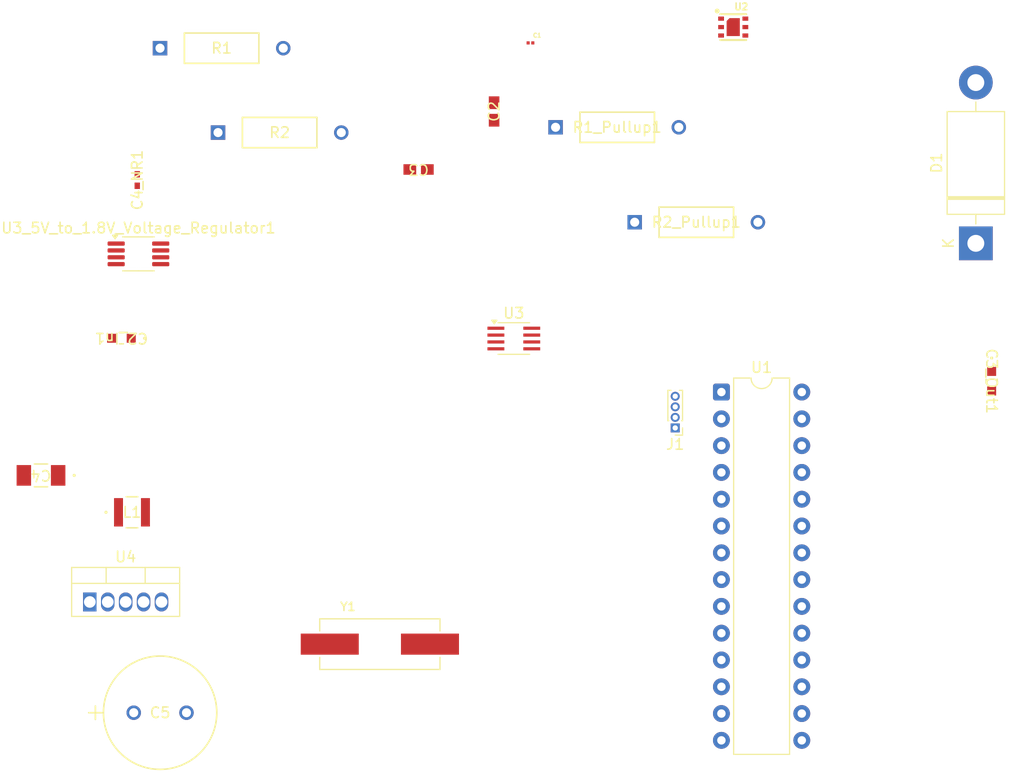
<source format=kicad_pcb>
(kicad_pcb (version 20241229) (generator "pcbnew") (generator_version "9.0")
  (layers (0 "F.Cu" signal) (2 "B.Cu" signal) (13 "F.Paste" user) (15 "B.Paste" user) (5 "F.SilkS" user "F.Silkscreen") (7 "B.SilkS" user "B.Silkscreen") (1 "F.Mask" user) (3 "B.Mask" user) (25 "Edge.Cuts" user))
  (net 0 "")
  (net 1 "GND")
  (net 2 "Net-(U1-XTAL1{slash}PB6)")
  (net 3 "Net-(U1-XTAL2{slash}PB7)")
  (net 4 "+9V")
  (net 5 "SDA_2")
  (net 6 "SCL_2")
  (net 8 "Net-(U2-VDD)")
  (net 9 "Net-(U3_5V_to_1.8V_Voltage_Regulator1-FB)")
  (net 10 "VCCB")
  (net 11 "Net-(D1-K)")
  (net 12 "VCCA")
  (net 13 "SDA_1")
  (net 15 "SCL_1")
  (net 23 "Net-(J1-Pin_4)")
  (net 27 "Net-(J1-Pin_3)")
  (net 36 "Net-(J1-Pin_2)")
  (footprint "Package_DIP:DIP-28_W7.62mm" (layer "F.Cu") (at 154.88 73.3)
    (property "Reference" "U1" (at 3.81 -2.33 0) (layer "F.SilkS"))
    (property "Value" "ATmega328-P")
    (fp_line (start 1.16 -1.33) (end 1.16 34.35) (stroke (width 0.12)) (layer "F.SilkS"))
    (fp_line (start 1.16 34.35) (end 6.46 34.35) (stroke (width 0.12)) (layer "F.SilkS"))
    (fp_line (start 2.81 -1.33) (end 1.16 -1.33) (stroke (width 0.12)) (layer "F.SilkS"))
    (fp_line (start 6.46 -1.33) (end 4.81 -1.33) (stroke (width 0.12)) (layer "F.SilkS"))
    (fp_line (start 6.46 34.35) (end 6.46 -1.33) (stroke (width 0.12)) (layer "F.SilkS"))
    (fp_arc (start 4.81 -1.33) (mid 3.81 -0.33) (end 2.81 -1.33) (stroke (width 0.12)) (layer "F.SilkS"))
    (pad "1" thru_hole roundrect (at 0 0) (size 1.6 1.6) (drill 0.8) (layers "*.Cu" "*.Mask") (roundrect_rratio 0.15625) (net 23 "Net-(J1-Pin_4)"))
    (pad "2" thru_hole circle (at 0 2.54) (size 1.6 1.6) (drill 0.8) (layers "*.Cu" "*.Mask") (net 27 "Net-(J1-Pin_3)"))
    (pad "3" thru_hole circle (at 0 5.08) (size 1.6 1.6) (drill 0.8) (layers "*.Cu" "*.Mask") (net 36 "Net-(J1-Pin_2)"))
    (pad "4" thru_hole circle (at 0 7.62) (size 1.6 1.6) (drill 0.8) (layers "*.Cu" "*.Mask"))
    (pad "5" thru_hole circle (at 0 10.16) (size 1.6 1.6) (drill 0.8) (layers "*.Cu" "*.Mask"))
    (pad "6" thru_hole circle (at 0 12.7) (size 1.6 1.6) (drill 0.8) (layers "*.Cu" "*.Mask"))
    (pad "7" thru_hole circle (at 0 15.24) (size 1.6 1.6) (drill 0.8) (layers "*.Cu" "*.Mask") (net 12 "VCCA"))
    (pad "8" thru_hole circle (at 0 17.78) (size 1.6 1.6) (drill 0.8) (layers "*.Cu" "*.Mask") (net 1 "GND"))
    (pad "9" thru_hole circle (at 0 20.32) (size 1.6 1.6) (drill 0.8) (layers "*.Cu" "*.Mask") (net 2 "Net-(U1-XTAL1{slash}PB6)"))
    (pad "10" thru_hole circle (at 0 22.86) (size 1.6 1.6) (drill 0.8) (layers "*.Cu" "*.Mask") (net 3 "Net-(U1-XTAL2{slash}PB7)"))
    (pad "11" thru_hole circle (at 0 25.4) (size 1.6 1.6) (drill 0.8) (layers "*.Cu" "*.Mask"))
    (pad "12" thru_hole circle (at 0 27.94) (size 1.6 1.6) (drill 0.8) (layers "*.Cu" "*.Mask"))
    (pad "13" thru_hole circle (at 0 30.48) (size 1.6 1.6) (drill 0.8) (layers "*.Cu" "*.Mask"))
    (pad "14" thru_hole circle (at 0 33.02) (size 1.6 1.6) (drill 0.8) (layers "*.Cu" "*.Mask"))
    (pad "15" thru_hole circle (at 7.62 33.02) (size 1.6 1.6) (drill 0.8) (layers "*.Cu" "*.Mask"))
    (pad "16" thru_hole circle (at 7.62 30.48) (size 1.6 1.6) (drill 0.8) (layers "*.Cu" "*.Mask"))
    (pad "17" thru_hole circle (at 7.62 27.94) (size 1.6 1.6) (drill 0.8) (layers "*.Cu" "*.Mask"))
    (pad "18" thru_hole circle (at 7.62 25.4) (size 1.6 1.6) (drill 0.8) (layers "*.Cu" "*.Mask"))
    (pad "19" thru_hole circle (at 7.62 22.86) (size 1.6 1.6) (drill 0.8) (layers "*.Cu" "*.Mask"))
    (pad "20" thru_hole circle (at 7.62 20.32) (size 1.6 1.6) (drill 0.8) (layers "*.Cu" "*.Mask"))
    (pad "21" thru_hole circle (at 7.62 17.78) (size 1.6 1.6) (drill 0.8) (layers "*.Cu" "*.Mask"))
    (pad "22" thru_hole circle (at 7.62 15.24) (size 1.6 1.6) (drill 0.8) (layers "*.Cu" "*.Mask") (net 1 "GND"))
    (pad "23" thru_hole circle (at 7.62 12.7) (size 1.6 1.6) (drill 0.8) (layers "*.Cu" "*.Mask"))
    (pad "24" thru_hole circle (at 7.62 10.16) (size 1.6 1.6) (drill 0.8) (layers "*.Cu" "*.Mask"))
    (pad "25" thru_hole circle (at 7.62 7.62) (size 1.6 1.6) (drill 0.8) (layers "*.Cu" "*.Mask"))
    (pad "26" thru_hole circle (at 7.62 5.08) (size 1.6 1.6) (drill 0.8) (layers "*.Cu" "*.Mask"))
    (pad "27" thru_hole circle (at 7.62 2.54) (size 1.6 1.6) (drill 0.8) (layers "*.Cu" "*.Mask") (net 13 "SDA_1"))
    (pad "28" thru_hole circle (at 7.62 0) (size 1.6 1.6) (drill 0.8) (layers "*.Cu" "*.Mask") (net 15 "SCL_1"))
  )
  (footprint "C1u:CAP_CL10_SAM-M" (layer "F.Cu") (at 98 68.2 180)
    (property "Reference" "C2_In1" (at 0 0 180) (layer "F.SilkS"))
    (property "Value" "1u")
    (fp_line (start 0.183151 -0.527) (end -0.183151 -0.527) (stroke (width 0.1524)) (layer "F.SilkS"))
    (fp_line (start -0.183151 0.527) (end 0.183151 0.527) (stroke (width 0.1524)) (layer "F.SilkS"))
    (fp_circle (center -2.197 0) (end -2.1208 0) (stroke (width 0.1524)) (fill no) (layer "F.SilkS"))
    (pad "1" smd rect (at -0.9294 0 180) (size 0.8588 0.8508) (layers "F.Cu" "F.Mask" "F.Paste") (net 12 "VCCA"))
    (pad "2" smd rect (at 0.9294 0 180) (size 0.8588 0.8508) (layers "F.Cu" "F.Mask" "F.Paste") (net 1 "GND"))
  )
  (footprint "c100u:CAP_GRM31_1206_MUR-M" (layer "F.Cu") (at 90.3744 81.2 180)
    (property "Reference" "C4" (at 0 0 180) (layer "F.SilkS"))
    (property "Value" "100u")
    (fp_line (start 0.622951 -1.0795) (end -0.622951 -1.0795) (stroke (width 0.1524)) (layer "F.SilkS"))
    (fp_line (start -0.622951 1.0795) (end 0.622951 1.0795) (stroke (width 0.1524)) (layer "F.SilkS"))
    (fp_circle (center -3.1496 0) (end -3.0734 0) (stroke (width 0.1524)) (fill no) (layer "F.SilkS"))
    (pad "1" smd rect (at -1.6256 0 180) (size 1.3716 1.9558) (layers "F.Cu" "F.Mask" "F.Paste") (net 1 "GND"))
    (pad "2" smd rect (at 1.6256 0 180) (size 1.3716 1.9558) (layers "F.Cu" "F.Mask" "F.Paste") (net 4 "+9V"))
  )
  (footprint "Package_SO:SSOP-8_2.95x2.8mm_P0.65mm" (layer "F.Cu") (at 135.2 68.225)
    (property "Reference" "U3" (at 0 -2.4 0) (layer "F.SilkS"))
    (property "Value" "TXS0102DCT")
    (fp_line (start 1.5 -1.5) (end -1.5 -1.5) (stroke (width 0.12)) (layer "F.SilkS"))
    (fp_line (start 1.5 1.5) (end -1.5 1.5) (stroke (width 0.12)) (layer "F.SilkS"))
    (fp_poly (pts (xy -1.85 -1.4) (xy -2.09 -1.73) (xy -1.61 -1.73) (xy -1.85 -1.4)) (stroke (width 0.12)) (fill yes) (layer "F.SilkS"))
    (pad "1" smd rect (at -1.7 -0.975 270) (size 0.3 1.6) (layers "F.Cu" "F.Mask" "F.Paste") (net 5 "SDA_2"))
    (pad "2" smd rect (at -1.7 -0.325 270) (size 0.3 1.6) (layers "F.Cu" "F.Mask" "F.Paste") (net 1 "GND"))
    (pad "3" smd rect (at -1.7 0.325 270) (size 0.3 1.6) (layers "F.Cu" "F.Mask" "F.Paste") (net 12 "VCCA"))
    (pad "4" smd rect (at -1.7 0.975 270) (size 0.3 1.6) (layers "F.Cu" "F.Mask" "F.Paste") (net 13 "SDA_1"))
    (pad "5" smd rect (at 1.7 0.975 270) (size 0.3 1.6) (layers "F.Cu" "F.Mask" "F.Paste") (net 15 "SCL_1"))
    (pad "6" smd rect (at 1.7 0.325 270) (size 0.3 1.6) (layers "F.Cu" "F.Mask" "F.Paste"))
    (pad "7" smd rect (at 1.7 -0.325 270) (size 0.3 1.6) (layers "F.Cu" "F.Mask" "F.Paste") (net 10 "VCCB"))
    (pad "8" smd rect (at 1.7 -0.975 270) (size 0.3 1.6) (layers "F.Cu" "F.Mask" "F.Paste") (net 6 "SCL_2"))
  )
  (footprint "footprints:CAPC17595_87N_KEM-M" (layer "F.Cu") (at 133.329399 46.7 90)
    (property "Reference" "C2" (at 0 0 90) (layer "F.SilkS"))
    (property "Value" "22pF")
    (pad "1" smd rect (at -0.829399 0 90) (size 1.208799 1.000798) (layers "F.Cu" "F.Mask" "F.Paste") (net 2 "Net-(U1-XTAL1{slash}PB6)"))
    (pad "2" smd rect (at 0.829399 0 90) (size 1.208799 1.000798) (layers "F.Cu" "F.Mask" "F.Paste") (net 1 "GND"))
  )
  (footprint "Package_SO:MSOP-8_3x3mm_P0.65mm" (layer "F.Cu") (at 99.6125 60.2)
    (property "Reference" "U3_5V_to_1.8V_Voltage_Regulator1" (at 0 -2.45 0) (layer "F.SilkS"))
    (property "Value" "ADP3336ARMZ")
    (fp_line (start 0 -1.61) (end -1.5 -1.61) (stroke (width 0.12)) (layer "F.SilkS"))
    (fp_line (start 0 -1.61) (end 1.5 -1.61) (stroke (width 0.12)) (layer "F.SilkS"))
    (fp_line (start 0 1.61) (end -1.5 1.61) (stroke (width 0.12)) (layer "F.SilkS"))
    (fp_line (start 0 1.61) (end 1.5 1.61) (stroke (width 0.12)) (layer "F.SilkS"))
    (fp_poly (pts (xy -2.2125 -1.435) (xy -2.4525 -1.765) (xy -1.9725 -1.765) (xy -2.2125 -1.435)) (stroke (width 0.12)) (fill yes) (layer "F.SilkS"))
    (pad "1" smd roundrect (at -2.1125 -0.975) (size 1.625 0.4) (layers "F.Cu" "F.Mask" "F.Paste") (net 10 "VCCB"))
    (pad "2" smd roundrect (at -2.1125 -0.325) (size 1.625 0.4) (layers "F.Cu" "F.Mask" "F.Paste") (net 10 "VCCB"))
    (pad "3" smd roundrect (at -2.1125 0.325) (size 1.625 0.4) (layers "F.Cu" "F.Mask" "F.Paste") (net 10 "VCCB"))
    (pad "4" smd roundrect (at -2.1125 0.975) (size 1.625 0.4) (layers "F.Cu" "F.Mask" "F.Paste") (net 1 "GND"))
    (pad "5" smd roundrect (at 2.1125 0.975) (size 1.625 0.4) (layers "F.Cu" "F.Mask" "F.Paste") (net 9 "Net-(U3_5V_to_1.8V_Voltage_Regulator1-FB)"))
    (pad "6" smd roundrect (at 2.1125 0.325) (size 1.625 0.4) (layers "F.Cu" "F.Mask" "F.Paste"))
    (pad "7" smd roundrect (at 2.1125 -0.325) (size 1.625 0.4) (layers "F.Cu" "F.Mask" "F.Paste") (net 12 "VCCA"))
    (pad "8" smd roundrect (at 2.1125 -0.975) (size 1.625 0.4) (layers "F.Cu" "F.Mask" "F.Paste") (net 12 "VCCA"))
  )
  (footprint "R10k:YAG_MF25_YAG" (layer "F.Cu") (at 146.658 57.2)
    (property "Reference" "R2_Pullup1" (at 5.842 0 0) (layer "F.SilkS"))
    (property "Value" "10k")
    (fp_line (start 2.3114 -1.4351) (end 2.3114 1.4351) (stroke (width 0.1524)) (layer "F.SilkS"))
    (fp_line (start 2.3114 1.4351) (end 9.3726 1.4351) (stroke (width 0.1524)) (layer "F.SilkS"))
    (fp_line (start 9.3726 -1.4351) (end 2.3114 -1.4351) (stroke (width 0.1524)) (layer "F.SilkS"))
    (fp_line (start 9.3726 1.4351) (end 9.3726 -1.4351) (stroke (width 0.1524)) (layer "F.SilkS"))
    (pad "1" thru_hole rect (at 0 0) (size 1.3716 1.3716) (drill 0.8636) (layers "*.Cu" "*.Mask") (net 10 "VCCB"))
    (pad "2" thru_hole circle (at 11.684 0) (size 1.3716 1.3716) (drill 0.8636) (layers "*.Cu" "*.Mask") (net 6 "SCL_2"))
  )
  (footprint "C1u:CAP_CL10_SAM-M" (layer "F.Cu") (at 180.5 72.2706 -90)
    (property "Reference" "C3_Out1" (at 0 0 270) (layer "F.SilkS"))
    (property "Value" "1u")
    (fp_line (start -0.183151 0.527) (end 0.183151 0.527) (stroke (width 0.1524)) (layer "F.SilkS"))
    (fp_line (start 0.183151 -0.527) (end -0.183151 -0.527) (stroke (width 0.1524)) (layer "F.SilkS"))
    (fp_circle (center -2.197 0) (end -2.1208 0) (stroke (width 0.1524)) (fill no) (layer "F.SilkS"))
    (pad "1" smd rect (at -0.9294 0 270) (size 0.8588 0.8508) (layers "F.Cu" "F.Mask" "F.Paste") (net 10 "VCCB"))
    (pad "2" smd rect (at 0.9294 0 270) (size 0.8588 0.8508) (layers "F.Cu" "F.Mask" "F.Paste") (net 1 "GND"))
  )
  (footprint "R10k:YAG_MF25_YAG" (layer "F.Cu") (at 139.158 48.2)
    (property "Reference" "R1_Pullup1" (at 5.842 0 0) (layer "F.SilkS"))
    (property "Value" "10k")
    (fp_line (start 2.3114 -1.4351) (end 2.3114 1.4351) (stroke (width 0.1524)) (layer "F.SilkS"))
    (fp_line (start 2.3114 1.4351) (end 9.3726 1.4351) (stroke (width 0.1524)) (layer "F.SilkS"))
    (fp_line (start 9.3726 -1.4351) (end 2.3114 -1.4351) (stroke (width 0.1524)) (layer "F.SilkS"))
    (fp_line (start 9.3726 1.4351) (end 9.3726 -1.4351) (stroke (width 0.1524)) (layer "F.SilkS"))
    (pad "1" thru_hole rect (at 0 0) (size 1.3716 1.3716) (drill 0.8636) (layers "*.Cu" "*.Mask") (net 10 "VCCB"))
    (pad "2" thru_hole circle (at 11.684 0) (size 1.3716 1.3716) (drill 0.8636) (layers "*.Cu" "*.Mask") (net 5 "SDA_2"))
  )
  (footprint "footprints:CAPC17595_87N_KEM-M" (layer "F.Cu") (at 126.170601 52.2 180)
    (property "Reference" "C3" (at 0 0 180) (layer "F.SilkS"))
    (property "Value" "22pF")
    (pad "1" smd rect (at -0.829399 0 180) (size 1.208799 1.000798) (layers "F.Cu" "F.Mask" "F.Paste") (net 1 "GND"))
    (pad "2" smd rect (at 0.829399 0 180) (size 1.208799 1.000798) (layers "F.Cu" "F.Mask" "F.Paste") (net 3 "Net-(U1-XTAL2{slash}PB7)"))
  )
  (footprint "GRM022D80G104ME15L:CAPC0402X22N" (layer "F.Cu") (at 136.778 40.2)
    (property "Reference" "C1" (at 0.63 -0.71 0) (layer "F.SilkS") (effects (font (size 0.393701 0.393701))))
    (property "Value" "100n")
    (pad "1" smd rect (at -0.222 0) (size 0.29 0.3) (layers "F.Cu" "F.Mask" "F.Paste") (net 10 "VCCB"))
    (pad "2" smd rect (at 0.222 0) (size 0.29 0.3) (layers "F.Cu" "F.Mask" "F.Paste") (net 8 "Net-(U2-VDD)"))
  )
  (footprint "ECS_160_20_5PX_TR:XTAL_ECS-160-20-5PX-TR" (layer "F.Cu") (at 122.5 97.2)
    (property "Reference" "Y1" (at -3.029915 -3.551635 0) (layer "F.SilkS") (effects (font (size 0.789992 0.789992))))
    (property "Value" "16 MHz")
    (fp_line (start -5.7 -2.4) (end 5.7 -2.4) (stroke (width 0.127)) (layer "F.SilkS"))
    (fp_line (start -5.7 -1.254) (end -5.7 -2.4) (stroke (width 0.127)) (layer "F.SilkS"))
    (fp_line (start -5.7 2.4) (end -5.7 1.254) (stroke (width 0.127)) (layer "F.SilkS"))
    (fp_line (start 5.7 -2.4) (end 5.7 -1.254) (stroke (width 0.127)) (layer "F.SilkS"))
    (fp_line (start 5.7 1.254) (end 5.7 2.4) (stroke (width 0.127)) (layer "F.SilkS"))
    (fp_line (start 5.7 2.4) (end -5.7 2.4) (stroke (width 0.127)) (layer "F.SilkS"))
    (pad "1" smd rect (at -4.75 0) (size 5.5 2) (layers "F.Cu" "F.Mask" "F.Paste") (net 3 "Net-(U1-XTAL2{slash}PB7)"))
    (pad "2" smd rect (at 4.75 0) (size 5.5 2) (layers "F.Cu" "F.Mask" "F.Paste") (net 2 "Net-(U1-XTAL1{slash}PB6)"))
  )
  (footprint "Connector_PinHeader_1.00mm:PinHeader_1x04_P1.00mm_Vertical" (layer "F.Cu") (at 150.5 76.7 180)
    (property "Reference" "J1" (at 0 -1.56 0) (layer "F.SilkS"))
    (property "Value" "Conn_01x04_Pin")
    (fp_line (start 0.695 0.685) (end 0.695 3.56) (stroke (width 0.12)) (layer "F.SilkS"))
    (fp_line (start 0.608276 0.685) (end 0.695 0.685) (stroke (width 0.12)) (layer "F.SilkS"))
    (fp_line (start 0.394493 3.56) (end 0.695 3.56) (stroke (width 0.12)) (layer "F.SilkS"))
    (fp_line (start -0.695 3.56) (end -0.394493 3.56) (stroke (width 0.12)) (layer "F.SilkS"))
    (fp_line (start -0.695 0.685) (end -0.608276 0.685) (stroke (width 0.12)) (layer "F.SilkS"))
    (fp_line (start -0.695 0.685) (end -0.695 3.56) (stroke (width 0.12)) (layer "F.SilkS"))
    (fp_line (start -0.695 0) (end -0.695 -0.685) (stroke (width 0.12)) (layer "F.SilkS"))
    (fp_line (start -0.695 -0.685) (end 0 -0.685) (stroke (width 0.12)) (layer "F.SilkS"))
    (pad "1" thru_hole rect (at 0 0 180) (size 0.85 0.85) (drill 0.5) (layers "*.Cu" "*.Mask"))
    (pad "2" thru_hole oval (at 0 1 180) (size 0.85 0.85) (drill 0.5) (layers "*.Cu" "*.Mask") (net 36 "Net-(J1-Pin_2)"))
    (pad "3" thru_hole oval (at 0 2 180) (size 0.85 0.85) (drill 0.5) (layers "*.Cu" "*.Mask") (net 27 "Net-(J1-Pin_3)"))
    (pad "4" thru_hole oval (at 0 3 180) (size 0.85 0.85) (drill 0.5) (layers "*.Cu" "*.Mask") (net 23 "Net-(J1-Pin_4)"))
  )
  (footprint "SGP30:SGP30" (layer "F.Cu") (at 156 38.7)
    (property "Reference" "U2" (at 0.762 -1.9304 0) (layer "F.SilkS") (effects (font (size 0.64 0.64))))
    (property "Value" "SGP30")
    (property "VALUE" "SGP30" (hide yes))
    (fp_line (start -1.225 -1.225) (end 1.225 -1.225) (stroke (width 0.2032)) (layer "F.SilkS"))
    (fp_line (start 1.225 1.225) (end -1.225 1.225) (stroke (width 0.2032)) (layer "F.SilkS"))
    (fp_circle (center -1.524 -1.524) (end -1.397 -1.524) (stroke (width 0.2032)) (fill no) (layer "F.SilkS"))
    (pad "1" smd rect (at -1.15 -0.8) (size 0.55 0.4) (layers "F.Cu" "F.Mask") (net 8 "Net-(U2-VDD)"))
    (pad "2" smd rect (at -1.15 0) (size 0.55 0.4) (layers "F.Cu" "F.Mask") (net 1 "GND"))
    (pad "3" smd rect (at -1.15 0.8) (size 0.55 0.4) (layers "F.Cu" "F.Mask") (net 5 "SDA_2"))
    (pad "4" smd rect (at 1.15 0.8) (size 0.55 0.4) (layers "F.Cu" "F.Mask") (net 1 "GND"))
    (pad "5" smd rect (at 1.15 0) (size 0.55 0.4) (layers "F.Cu" "F.Mask"))
    (pad "6" smd rect (at 1.15 -0.8) (size 0.55 0.4) (layers "F.Cu" "F.Mask") (net 6 "SCL_2"))
    (pad "DIEPAD" smd custom (at 0 0) (size 0.3048 0.6096) (layers "F.Cu") (net 1 "GND") (options (clearance outline) (anchor rect)) (primitives (gr_poly (pts (xy -0.625 0.85) (xy 0.625 0.85) (xy 0.625 -0.85) (xy -0.35 -0.85) (xy -0.625 -0.575)) (width 0.0001) (fill yes))))
  )
  (footprint "R147:YAG_MF25_YAG" (layer "F.Cu") (at 107.158 48.7)
    (property "Reference" "R2" (at 5.842 0 0) (layer "F.SilkS"))
    (property "Value" "147k")
    (fp_line (start 2.3114 -1.4351) (end 2.3114 1.4351) (stroke (width 0.1524)) (layer "F.SilkS"))
    (fp_line (start 2.3114 1.4351) (end 9.3726 1.4351) (stroke (width 0.1524)) (layer "F.SilkS"))
    (fp_line (start 9.3726 -1.4351) (end 2.3114 -1.4351) (stroke (width 0.1524)) (layer "F.SilkS"))
    (fp_line (start 9.3726 1.4351) (end 9.3726 -1.4351) (stroke (width 0.1524)) (layer "F.SilkS"))
    (pad "1" thru_hole rect (at 0 0) (size 1.3716 1.3716) (drill 0.8636) (layers "*.Cu" "*.Mask") (net 9 "Net-(U3_5V_to_1.8V_Voltage_Regulator1-FB)"))
    (pad "2" thru_hole circle (at 11.684 0) (size 1.3716 1.3716) (drill 0.8636) (layers "*.Cu" "*.Mask") (net 1 "GND"))
  )
  (footprint "1000uF:CAP_YX_10X16_RUB" (layer "F.Cu") (at 99.16675 103.7)
    (property "Reference" "C5" (at 2.5 0 0) (layer "F.SilkS"))
    (property "Value" "1000u")
    (fp_line (start -4.2691 0) (end -2.9991 0) (stroke (width 0.1524)) (layer "F.SilkS"))
    (fp_line (start -3.6341 -0.635) (end -3.6341 0.635) (stroke (width 0.1524)) (layer "F.SilkS"))
    (fp_circle (center 2.5 0) (end 7.8721 0) (stroke (width 0.1524)) (fill no) (layer "F.SilkS"))
    (pad "1" thru_hole circle (at 0 0) (size 1.3716 1.3716) (drill 0.8636) (layers "*.Cu" "*.Mask") (net 12 "VCCA"))
    (pad "2" thru_hole circle (at 5 0) (size 1.3716 1.3716) (drill 0.8636) (layers "*.Cu" "*.Mask") (net 1 "GND"))
  )
  (footprint "Diode_THT:D_DO-201AD_P15.24mm_Horizontal" (layer "F.Cu") (at 179 59.2 90)
    (property "Reference" "D1" (at 7.62 -3.72 90) (layer "F.SilkS"))
    (property "Value" "1N5822")
    (fp_line (start 12.49 -2.72) (end 2.75 -2.72) (stroke (width 0.12)) (layer "F.SilkS"))
    (fp_line (start 4.415 -2.72) (end 4.415 2.72) (stroke (width 0.12)) (layer "F.SilkS"))
    (fp_line (start 4.295 -2.72) (end 4.295 2.72) (stroke (width 0.12)) (layer "F.SilkS"))
    (fp_line (start 4.175 -2.72) (end 4.175 2.72) (stroke (width 0.12)) (layer "F.SilkS"))
    (fp_line (start 2.75 -2.72) (end 2.75 2.72) (stroke (width 0.12)) (layer "F.SilkS"))
    (fp_line (start 13.4 0) (end 12.49 0) (stroke (width 0.12)) (layer "F.SilkS"))
    (fp_line (start 1.84 0) (end 2.75 0) (stroke (width 0.12)) (layer "F.SilkS"))
    (fp_line (start 12.49 2.72) (end 12.49 -2.72) (stroke (width 0.12)) (layer "F.SilkS"))
    (fp_line (start 2.75 2.72) (end 12.49 2.72) (stroke (width 0.12)) (layer "F.SilkS"))
    (fp_text user "K" (at 0 -2.6 90) (layer "F.SilkS"))
    (pad "1" thru_hole rect (at 0 0 90) (size 3.2 3.2) (drill 1.6) (layers "*.Cu" "*.Mask") (net 11 "Net-(D1-K)"))
    (pad "2" thru_hole oval (at 15.24 0 90) (size 3.2 3.2) (drill 1.6) (layers "*.Cu" "*.Mask") (net 1 "GND"))
  )
  (footprint "Package_TO_SOT_THT:TO-220-5_Vertical" (layer "F.Cu") (at 95 93.2)
    (property "Reference" "U4" (at 3.4 -4.27 0) (layer "F.SilkS"))
    (property "Value" "LM2576HVT-5")
    (fp_line (start -1.721 -3.27) (end -1.721 1.371) (stroke (width 0.12)) (layer "F.SilkS"))
    (fp_line (start -1.721 -3.27) (end 8.52 -3.27) (stroke (width 0.12)) (layer "F.SilkS"))
    (fp_line (start -1.721 -1.76) (end 8.52 -1.76) (stroke (width 0.12)) (layer "F.SilkS"))
    (fp_line (start -1.721 1.371) (end 8.52 1.371) (stroke (width 0.12)) (layer "F.SilkS"))
    (fp_line (start 1.55 -3.27) (end 1.55 -1.76) (stroke (width 0.12)) (layer "F.SilkS"))
    (fp_line (start 5.25 -3.27) (end 5.25 -1.76) (stroke (width 0.12)) (layer "F.SilkS"))
    (fp_line (start 8.52 -3.27) (end 8.52 1.371) (stroke (width 0.12)) (layer "F.SilkS"))
    (pad "1" thru_hole rect (at 0 0) (size 1.275 1.8) (drill 1.1) (layers "*.Cu" "*.Mask") (net 4 "+9V"))
    (pad "2" thru_hole oval (at 1.7 0) (size 1.275 1.8) (drill 1.1) (layers "*.Cu" "*.Mask") (net 11 "Net-(D1-K)"))
    (pad "3" thru_hole oval (at 3.4 0) (size 1.275 1.8) (drill 1.1) (layers "*.Cu" "*.Mask") (net 1 "GND"))
    (pad "4" thru_hole oval (at 5.1 0) (size 1.275 1.8) (drill 1.1) (layers "*.Cu" "*.Mask") (net 12 "VCCA"))
    (pad "5" thru_hole oval (at 6.8 0) (size 1.275 1.8) (drill 1.1) (layers "*.Cu" "*.Mask") (net 1 "GND"))
  )
  (footprint "Inductor100uH:IND_TAIYO_BRL3225_TAY" (layer "F.Cu") (at 99 84.7)
    (property "Reference" "L1" (at 0 0 0) (layer "F.SilkS"))
    (property "Value" "100 uH")
    (fp_line (start -0.54335 1.4732) (end 0.54335 1.4732) (stroke (width 0.1524)) (layer "F.SilkS"))
    (fp_line (start 0.54335 -1.4732) (end -0.54335 -1.4732) (stroke (width 0.1524)) (layer "F.SilkS"))
    (fp_circle (center -2.4638 0) (end -2.3876 0) (stroke (width 0.1524)) (fill no) (layer "F.SilkS"))
    (pad "1" smd rect (at -1.27635 0) (size 0.8509 2.6924) (layers "F.Cu" "F.Mask" "F.Paste") (net 11 "Net-(D1-K)"))
    (pad "2" smd rect (at 1.27635 0) (size 0.8509 2.6924) (layers "F.Cu" "F.Mask" "F.Paste") (net 12 "VCCA"))
  )
  (footprint "R76k8:YAG_MF25_YAG" (layer "F.Cu") (at 101.658 40.7)
    (property "Reference" "R1" (at 5.842 0 0) (layer "F.SilkS"))
    (property "Value" "76.8k")
    (fp_line (start 2.3114 -1.4351) (end 2.3114 1.4351) (stroke (width 0.1524)) (layer "F.SilkS"))
    (fp_line (start 2.3114 1.4351) (end 9.3726 1.4351) (stroke (width 0.1524)) (layer "F.SilkS"))
    (fp_line (start 9.3726 -1.4351) (end 2.3114 -1.4351) (stroke (width 0.1524)) (layer "F.SilkS"))
    (fp_line (start 9.3726 1.4351) (end 9.3726 -1.4351) (stroke (width 0.1524)) (layer "F.SilkS"))
    (pad "1" thru_hole rect (at 0 0) (size 1.3716 1.3716) (drill 0.8636) (layers "*.Cu" "*.Mask") (net 9 "Net-(U3_5V_to_1.8V_Voltage_Regulator1-FB)"))
    (pad "2" thru_hole circle (at 11.684 0) (size 1.3716 1.3716) (drill 0.8636) (layers "*.Cu" "*.Mask") (net 10 "VCCB"))
  )
  (footprint "C10nF:G-155_MUR" (layer "F.Cu") (at 99.5 53.2 90)
    (property "Reference" "C4_NR1" (at 0 0 90) (layer "F.SilkS"))
    (property "Value" "10n")
    (pad "1" smd rect (at -0.5461 0 90) (size 0.6096 0.508) (layers "F.Cu" "F.Mask" "F.Paste") (net 9 "Net-(U3_5V_to_1.8V_Voltage_Regulator1-FB)"))
    (pad "2" smd rect (at 0.5461 0 90) (size 0.6096 0.508) (layers "F.Cu" "F.Mask" "F.Paste") (net 10 "VCCB"))
  )
)
</source>
